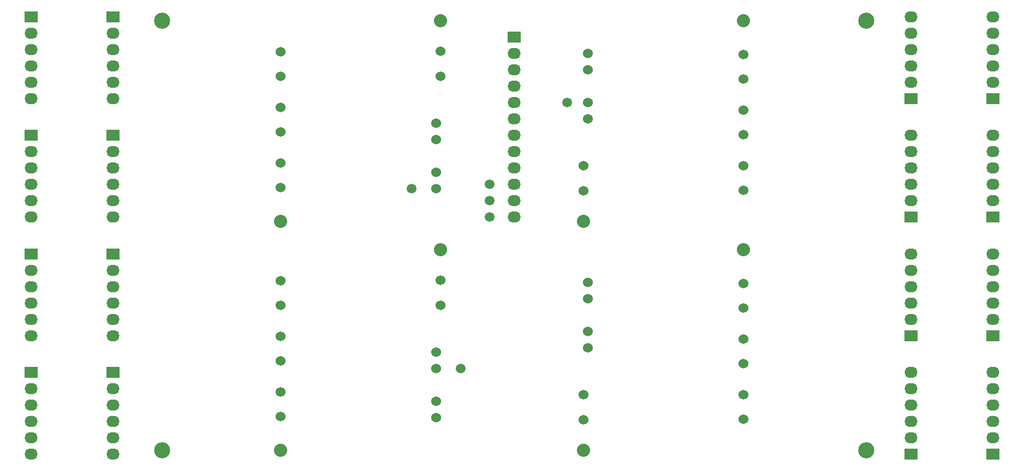
<source format=gbr>
G04 #@! TF.FileFunction,Soldermask,Bot*
%FSLAX46Y46*%
G04 Gerber Fmt 4.6, Leading zero omitted, Abs format (unit mm)*
G04 Created by KiCad (PCBNEW 4.0.2-stable) date Friday, June 24, 2016 'pmt' 01:13:37 pm*
%MOMM*%
G01*
G04 APERTURE LIST*
%ADD10C,0.100000*%
%ADD11R,2.032000X1.727200*%
%ADD12O,2.032000X1.727200*%
%ADD13C,1.500000*%
%ADD14C,2.500000*%
%ADD15C,1.524000*%
%ADD16C,2.032000*%
G04 APERTURE END LIST*
D10*
D11*
X78105000Y-79375000D03*
D12*
X78105000Y-81915000D03*
X78105000Y-84455000D03*
X78105000Y-86995000D03*
X78105000Y-89535000D03*
X78105000Y-92075000D03*
D11*
X78105000Y-116205000D03*
D12*
X78105000Y-118745000D03*
X78105000Y-121285000D03*
X78105000Y-123825000D03*
X78105000Y-126365000D03*
X78105000Y-128905000D03*
D11*
X65405000Y-116205000D03*
D12*
X65405000Y-118745000D03*
X65405000Y-121285000D03*
X65405000Y-123825000D03*
X65405000Y-126365000D03*
X65405000Y-128905000D03*
D11*
X78105000Y-97790000D03*
D12*
X78105000Y-100330000D03*
X78105000Y-102870000D03*
X78105000Y-105410000D03*
X78105000Y-107950000D03*
X78105000Y-110490000D03*
D11*
X65405000Y-97790000D03*
D12*
X65405000Y-100330000D03*
X65405000Y-102870000D03*
X65405000Y-105410000D03*
X65405000Y-107950000D03*
X65405000Y-110490000D03*
D11*
X214630000Y-128905000D03*
D12*
X214630000Y-126365000D03*
X214630000Y-123825000D03*
X214630000Y-121285000D03*
X214630000Y-118745000D03*
X214630000Y-116205000D03*
D11*
X201930000Y-128905000D03*
D12*
X201930000Y-126365000D03*
X201930000Y-123825000D03*
X201930000Y-121285000D03*
X201930000Y-118745000D03*
X201930000Y-116205000D03*
D11*
X201930000Y-110490000D03*
D12*
X201930000Y-107950000D03*
X201930000Y-105410000D03*
X201930000Y-102870000D03*
X201930000Y-100330000D03*
X201930000Y-97790000D03*
D11*
X214630000Y-110490000D03*
D12*
X214630000Y-107950000D03*
X214630000Y-105410000D03*
X214630000Y-102870000D03*
X214630000Y-100330000D03*
X214630000Y-97790000D03*
D11*
X214630000Y-92075000D03*
D12*
X214630000Y-89535000D03*
X214630000Y-86995000D03*
X214630000Y-84455000D03*
X214630000Y-81915000D03*
X214630000Y-79375000D03*
D11*
X201930000Y-92075000D03*
D12*
X201930000Y-89535000D03*
X201930000Y-86995000D03*
X201930000Y-84455000D03*
X201930000Y-81915000D03*
X201930000Y-79375000D03*
D11*
X201930000Y-73660000D03*
D12*
X201930000Y-71120000D03*
X201930000Y-68580000D03*
X201930000Y-66040000D03*
X201930000Y-63500000D03*
X201930000Y-60960000D03*
D11*
X214630000Y-73660000D03*
D12*
X214630000Y-71120000D03*
X214630000Y-68580000D03*
X214630000Y-66040000D03*
X214630000Y-63500000D03*
X214630000Y-60960000D03*
D11*
X65405000Y-79375000D03*
D12*
X65405000Y-81915000D03*
X65405000Y-84455000D03*
X65405000Y-86995000D03*
X65405000Y-89535000D03*
X65405000Y-92075000D03*
D11*
X78105000Y-60960000D03*
D12*
X78105000Y-63500000D03*
X78105000Y-66040000D03*
X78105000Y-68580000D03*
X78105000Y-71120000D03*
X78105000Y-73660000D03*
D11*
X65405000Y-60960000D03*
D12*
X65405000Y-63500000D03*
X65405000Y-66040000D03*
X65405000Y-68580000D03*
X65405000Y-71120000D03*
X65405000Y-73660000D03*
D11*
X140335000Y-64135000D03*
D12*
X140335000Y-66675000D03*
X140335000Y-69215000D03*
X140335000Y-71755000D03*
X140335000Y-74295000D03*
X140335000Y-76835000D03*
X140335000Y-79375000D03*
X140335000Y-81915000D03*
X140335000Y-84455000D03*
X140335000Y-86995000D03*
X140335000Y-89535000D03*
X140335000Y-92075000D03*
D13*
X136525000Y-92075000D03*
X136525000Y-89535000D03*
X136525000Y-86995000D03*
X124460000Y-87630000D03*
X132080000Y-115570000D03*
X148590000Y-74295000D03*
D14*
X85725000Y-61595000D03*
X85725000Y-128270000D03*
X194945000Y-61595000D03*
X194945000Y-128270000D03*
D15*
X128270000Y-87630000D03*
X128270000Y-85090000D03*
X128270000Y-80010000D03*
X128270000Y-77470000D03*
X128905000Y-70180200D03*
X128905000Y-66319400D03*
D16*
X128905000Y-61595000D03*
X104140000Y-92710000D03*
D15*
X104140000Y-66370200D03*
X104140000Y-70231000D03*
X104140000Y-75006200D03*
X104140000Y-78867000D03*
X104140000Y-83642200D03*
X104140000Y-87503000D03*
X151765000Y-66675000D03*
X151765000Y-69215000D03*
X151765000Y-74295000D03*
X151765000Y-76835000D03*
X151130000Y-84124800D03*
X151130000Y-87985600D03*
D16*
X151130000Y-92710000D03*
X175895000Y-61595000D03*
D15*
X175895000Y-87934800D03*
X175895000Y-84074000D03*
X175895000Y-79298800D03*
X175895000Y-75438000D03*
X175895000Y-70662800D03*
X175895000Y-66802000D03*
X151765000Y-102235000D03*
X151765000Y-104775000D03*
X151765000Y-109855000D03*
X151765000Y-112395000D03*
X151130000Y-119684800D03*
X151130000Y-123545600D03*
D16*
X151130000Y-128270000D03*
X175895000Y-97155000D03*
D15*
X175895000Y-123494800D03*
X175895000Y-119634000D03*
X175895000Y-114858800D03*
X175895000Y-110998000D03*
X175895000Y-106222800D03*
X175895000Y-102362000D03*
X128270000Y-123190000D03*
X128270000Y-120650000D03*
X128270000Y-115570000D03*
X128270000Y-113030000D03*
X128905000Y-105740200D03*
X128905000Y-101879400D03*
D16*
X128905000Y-97155000D03*
X104140000Y-128270000D03*
D15*
X104140000Y-101930200D03*
X104140000Y-105791000D03*
X104140000Y-110566200D03*
X104140000Y-114427000D03*
X104140000Y-119202200D03*
X104140000Y-123063000D03*
M02*

</source>
